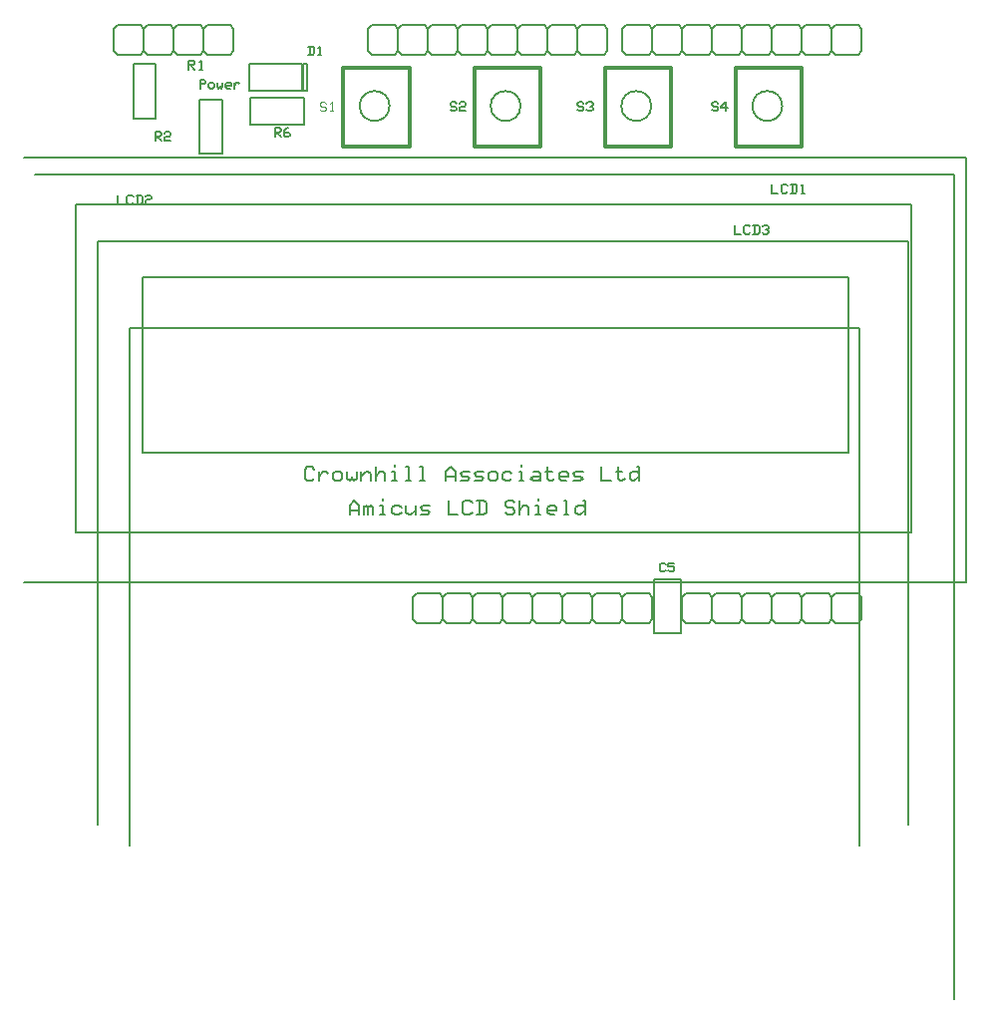
<source format=gbr>
G04 GERBER ASCII OUTPUT FROM: EDWINXP (VER. 1.61 REV. 20080915)*
G04 GERBER FORMAT: RX-274-X*
G04 BOARD: AMICUS_LCD_SHIELD*
G04 ARTWORK OF COMP.PRINT POSITIVE*
%ASAXBY*%
%FSLAX23Y23*%
%MIA0B0*%
%MOIN*%
%OFA0.0000B0.0000*%
%SFA1B1*%
%IJA0B0*%
%INLAYER0POS*%
%IOA0B0*%
%IPPOS*%
%IR0*%
G04 APERTURE MACROS*
%AMEDWDONUT*
1,1,$1,$2,$3*
1,0,$4,$2,$3*
%
%AMEDWFRECT*
20,1,$1,$2,$3,$4,$5,$6*
%
%AMEDWORECT*
20,1,$1,$2,$3,$4,$5,$10*
20,1,$1,$4,$5,$6,$7,$10*
20,1,$1,$6,$7,$8,$9,$10*
20,1,$1,$8,$9,$2,$3,$10*
1,1,$1,$2,$3*
1,1,$1,$4,$5*
1,1,$1,$6,$7*
1,1,$1,$8,$9*
%
%AMEDWLINER*
20,1,$1,$2,$3,$4,$5,$6*
1,1,$1,$2,$3*
1,1,$1,$4,$5*
%
%AMEDWFTRNG*
4,1,3,$1,$2,$3,$4,$5,$6,$7,$8,$9*
%
%AMEDWATRNG*
4,1,3,$1,$2,$3,$4,$5,$6,$7,$8,$9*
20,1,$11,$1,$2,$3,$4,$10*
20,1,$11,$3,$4,$5,$6,$10*
20,1,$11,$5,$6,$7,$8,$10*
1,1,$11,$3,$4*
1,1,$11,$5,$6*
1,1,$11,$7,$8*
%
%AMEDWOTRNG*
20,1,$1,$2,$3,$4,$5,$8*
20,1,$1,$4,$5,$6,$7,$8*
20,1,$1,$6,$7,$2,$3,$8*
1,1,$1,$2,$3*
1,1,$1,$4,$5*
1,1,$1,$6,$7*
%
G04*
G04 APERTURE LIST*
%ADD10R,0.03937X0.08661*%
%ADD11R,0.06337X0.11061*%
%ADD12R,0.0315X0.07874*%
%ADD13R,0.0555X0.10274*%
%ADD14R,0.0580X0.0500*%
%ADD15R,0.0820X0.0740*%
%ADD16R,0.0480X0.0400*%
%ADD17R,0.0720X0.0640*%
%ADD18R,0.08268X0.05945*%
%ADD19R,0.10668X0.08345*%
%ADD20R,0.07874X0.05906*%
%ADD21R,0.10274X0.08306*%
%ADD22R,0.08268X0.10236*%
%ADD23R,0.10668X0.12636*%
%ADD24R,0.07874X0.09843*%
%ADD25R,0.10274X0.12243*%
%ADD26R,0.0700X0.0650*%
%ADD27R,0.0940X0.0890*%
%ADD28R,0.0600X0.0550*%
%ADD29R,0.0840X0.0790*%
%ADD30R,0.0650X0.0700*%
%ADD31R,0.0890X0.0940*%
%ADD32R,0.0550X0.0600*%
%ADD33R,0.0790X0.0840*%
%ADD34R,0.07087X0.06693*%
%ADD35R,0.10236X0.09843*%
%ADD36R,0.06299X0.05906*%
%ADD37R,0.09449X0.09055*%
%ADD38R,0.06693X0.07087*%
%ADD39R,0.09843X0.10236*%
%ADD40R,0.05906X0.06299*%
%ADD41R,0.09055X0.09449*%
%ADD42R,0.04724X0.06693*%
%ADD43R,0.07124X0.09093*%
%ADD44R,0.03937X0.05906*%
%ADD45R,0.06337X0.08306*%
%ADD46R,0.0860X0.0860*%
%ADD47R,0.1100X0.1100*%
%ADD48R,0.0700X0.0700*%
%ADD49R,0.0940X0.0940*%
%ADD50C,0.00039*%
%ADD52C,0.0010*%
%ADD54C,0.00118*%
%ADD56C,0.0020*%
%ADD57R,0.0020X0.0020*%
%ADD58C,0.00236*%
%ADD60C,0.0030*%
%ADD61R,0.0030X0.0030*%
%ADD62C,0.00394*%
%ADD64C,0.0040*%
%ADD65R,0.0040X0.0040*%
%ADD66C,0.00472*%
%ADD68C,0.0050*%
%ADD69R,0.0050X0.0050*%
%ADD70C,0.00512*%
%ADD71R,0.00512X0.00512*%
%ADD72C,0.00591*%
%ADD73R,0.00591X0.00591*%
%ADD74C,0.00659*%
%ADD75R,0.00659X0.00659*%
%ADD76C,0.00669*%
%ADD78C,0.00787*%
%ADD79R,0.00787X0.00787*%
%ADD80C,0.00799*%
%ADD82C,0.0080*%
%ADD84C,0.00886*%
%ADD85R,0.00886X0.00886*%
%ADD86C,0.00975*%
%ADD87R,0.00975X0.00975*%
%ADD88C,0.00984*%
%ADD89R,0.00984X0.00984*%
%ADD90C,0.0100*%
%ADD91R,0.0100X0.0100*%
%ADD92C,0.01181*%
%ADD94C,0.0120*%
%ADD96C,0.0130*%
%ADD97R,0.0130X0.0130*%
%ADD98C,0.0150*%
%ADD99R,0.0150X0.0150*%
%ADD100C,0.01575*%
%ADD102C,0.0160*%
%ADD103R,0.0160X0.0160*%
%ADD104C,0.01698*%
%ADD105R,0.01698X0.01698*%
%ADD106C,0.01797*%
%ADD107R,0.01797X0.01797*%
%ADD108C,0.01895*%
%ADD109R,0.01895X0.01895*%
%ADD110C,0.01969*%
%ADD111R,0.01969X0.01969*%
%ADD112C,0.01994*%
%ADD113R,0.01994X0.01994*%
%ADD114C,0.0200*%
%ADD116C,0.02092*%
%ADD117R,0.02092X0.02092*%
%ADD118C,0.02191*%
%ADD119R,0.02191X0.02191*%
%ADD120C,0.02289*%
%ADD121R,0.02289X0.02289*%
%ADD122C,0.02362*%
%ADD123R,0.02362X0.02362*%
%ADD124C,0.02387*%
%ADD125R,0.02387X0.02387*%
%ADD126C,0.0240*%
%ADD127R,0.0240X0.0240*%
%ADD128C,0.0240*%
%ADD129R,0.0240X0.0240*%
%ADD130C,0.02486*%
%ADD131R,0.02486X0.02486*%
%ADD132C,0.0250*%
%ADD133R,0.0250X0.0250*%
%ADD134C,0.02584*%
%ADD135R,0.02584X0.02584*%
%ADD136C,0.02636*%
%ADD138C,0.02683*%
%ADD139R,0.02683X0.02683*%
%ADD140C,0.02781*%
%ADD141R,0.02781X0.02781*%
%ADD142C,0.02794*%
%ADD144C,0.0288*%
%ADD145R,0.0288X0.0288*%
%ADD146C,0.0290*%
%ADD148C,0.02912*%
%ADD149R,0.02912X0.02912*%
%ADD150C,0.02978*%
%ADD151R,0.02978X0.02978*%
%ADD152C,0.02991*%
%ADD153R,0.02991X0.02991*%
%ADD154C,0.0300*%
%ADD155R,0.0300X0.0300*%
%ADD156C,0.03059*%
%ADD157R,0.03059X0.03059*%
%ADD158C,0.03069*%
%ADD159R,0.03069X0.03069*%
%ADD160C,0.03076*%
%ADD161R,0.03076X0.03076*%
%ADD162C,0.03175*%
%ADD163R,0.03175X0.03175*%
%ADD164C,0.03199*%
%ADD165R,0.03199X0.03199*%
%ADD166C,0.0320*%
%ADD167R,0.0320X0.0320*%
%ADD168C,0.03273*%
%ADD169R,0.03273X0.03273*%
%ADD170C,0.03372*%
%ADD171R,0.03372X0.03372*%
%ADD172C,0.03375*%
%ADD173R,0.03375X0.03375*%
%ADD174C,0.0347*%
%ADD175R,0.0347X0.0347*%
%ADD176C,0.0350*%
%ADD177R,0.0350X0.0350*%
%ADD178C,0.03569*%
%ADD179R,0.03569X0.03569*%
%ADD180C,0.03581*%
%ADD182C,0.0360*%
%ADD183R,0.0360X0.0360*%
%ADD184C,0.03667*%
%ADD185R,0.03667X0.03667*%
%ADD186C,0.0370*%
%ADD187R,0.0370X0.0370*%
%ADD188C,0.03765*%
%ADD189R,0.03765X0.03765*%
%ADD190C,0.03864*%
%ADD191R,0.03864X0.03864*%
%ADD192C,0.0390*%
%ADD193R,0.0390X0.0390*%
%ADD194C,0.03937*%
%ADD195R,0.03937X0.03937*%
%ADD196C,0.03962*%
%ADD197R,0.03962X0.03962*%
%ADD198C,0.0400*%
%ADD199R,0.0400X0.0400*%
%ADD200C,0.04061*%
%ADD201R,0.04061X0.04061*%
%ADD202C,0.04159*%
%ADD203R,0.04159X0.04159*%
%ADD204C,0.04173*%
%ADD205R,0.04173X0.04173*%
%ADD206C,0.04257*%
%ADD207R,0.04257X0.04257*%
%ADD208C,0.04356*%
%ADD209R,0.04356X0.04356*%
%ADD210C,0.0440*%
%ADD212C,0.04454*%
%ADD213R,0.04454X0.04454*%
%ADD214C,0.0450*%
%ADD215R,0.0450X0.0450*%
%ADD216C,0.04553*%
%ADD217R,0.04553X0.04553*%
%ADD218C,0.04651*%
%ADD219R,0.04651X0.04651*%
%ADD220C,0.0470*%
%ADD221R,0.0470X0.0470*%
%ADD222C,0.04724*%
%ADD223R,0.04724X0.04724*%
%ADD224C,0.04762*%
%ADD225R,0.04762X0.04762*%
%ADD226C,0.0490*%
%ADD227R,0.0490X0.0490*%
%ADD228C,0.0500*%
%ADD229R,0.0500X0.0500*%
%ADD230C,0.05118*%
%ADD231R,0.05118X0.05118*%
%ADD232C,0.0560*%
%ADD233R,0.0560X0.0560*%
%ADD234C,0.0570*%
%ADD235R,0.0570X0.0570*%
%ADD236C,0.0590*%
%ADD237R,0.0590X0.0590*%
%ADD238C,0.05906*%
%ADD239R,0.05906X0.05906*%
%ADD240C,0.05945*%
%ADD241R,0.05945X0.05945*%
%ADD242C,0.0600*%
%ADD243R,0.0600X0.0600*%
%ADD244C,0.0620*%
%ADD246C,0.06201*%
%ADD248C,0.06299*%
%ADD249R,0.06299X0.06299*%
%ADD250C,0.06337*%
%ADD251R,0.06337X0.06337*%
%ADD252C,0.0650*%
%ADD253R,0.0650X0.0650*%
%ADD254C,0.06693*%
%ADD255R,0.06693X0.06693*%
%ADD256C,0.0690*%
%ADD257R,0.0690X0.0690*%
%ADD258C,0.06906*%
%ADD259R,0.06906X0.06906*%
%ADD260C,0.0700*%
%ADD261R,0.0700X0.0700*%
%ADD262C,0.0710*%
%ADD263R,0.0710X0.0710*%
%ADD264C,0.07124*%
%ADD265R,0.07124X0.07124*%
%ADD266C,0.0740*%
%ADD267R,0.0740X0.0740*%
%ADD268C,0.0750*%
%ADD269R,0.0750X0.0750*%
%ADD270C,0.07598*%
%ADD272C,0.0760*%
%ADD274C,0.07874*%
%ADD275R,0.07874X0.07874*%
%ADD276C,0.0800*%
%ADD277R,0.0800X0.0800*%
%ADD278C,0.0810*%
%ADD279R,0.0810X0.0810*%
%ADD280C,0.08268*%
%ADD281R,0.08268X0.08268*%
%ADD282C,0.08306*%
%ADD283R,0.08306X0.08306*%
%ADD284C,0.08345*%
%ADD285R,0.08345X0.08345*%
%ADD286C,0.0840*%
%ADD287R,0.0840X0.0840*%
%ADD288C,0.08598*%
%ADD290C,0.0860*%
%ADD291R,0.0860X0.0860*%
%ADD292C,0.08601*%
%ADD294C,0.0870*%
%ADD295R,0.0870X0.0870*%
%ADD296C,0.0890*%
%ADD297R,0.0890X0.0890*%
%ADD298C,0.0900*%
%ADD299R,0.0900X0.0900*%
%ADD300C,0.09093*%
%ADD301R,0.09093X0.09093*%
%ADD302C,0.0940*%
%ADD303R,0.0940X0.0940*%
%ADD304C,0.09449*%
%ADD306C,0.0970*%
%ADD307R,0.0970X0.0970*%
%ADD308C,0.09843*%
%ADD309R,0.09843X0.09843*%
%ADD310C,0.0990*%
%ADD311R,0.0990X0.0990*%
%ADD312C,0.09998*%
%ADD314C,0.1000*%
%ADD315R,0.1000X0.1000*%
%ADD316C,0.10236*%
%ADD317R,0.10236X0.10236*%
%ADD318C,0.10274*%
%ADD319R,0.10274X0.10274*%
%ADD320C,0.1040*%
%ADD321R,0.1040X0.1040*%
%ADD322C,0.10668*%
%ADD323R,0.10668X0.10668*%
%ADD324C,0.10998*%
%ADD326C,0.1100*%
%ADD327R,0.1100X0.1100*%
%ADD328C,0.1110*%
%ADD329R,0.1110X0.1110*%
%ADD330C,0.1120*%
%ADD331R,0.1120X0.1120*%
%ADD332C,0.1140*%
%ADD333R,0.1140X0.1140*%
%ADD334C,0.1150*%
%ADD335R,0.1150X0.1150*%
%ADD336C,0.11849*%
%ADD338C,0.1200*%
%ADD339R,0.1200X0.1200*%
%ADD340C,0.1210*%
%ADD341R,0.1210X0.1210*%
%ADD342C,0.12243*%
%ADD343R,0.12243X0.12243*%
%ADD344C,0.1240*%
%ADD345R,0.1240X0.1240*%
%ADD346C,0.1250*%
%ADD347R,0.1250X0.1250*%
%ADD348C,0.12636*%
%ADD349R,0.12636X0.12636*%
%ADD350C,0.12992*%
%ADD351R,0.12992X0.12992*%
%ADD352C,0.1300*%
%ADD353R,0.1300X0.1300*%
%ADD354C,0.1340*%
%ADD355R,0.1340X0.1340*%
%ADD356C,0.1390*%
%ADD357R,0.1390X0.1390*%
%ADD358C,0.1420*%
%ADD359R,0.1420X0.1420*%
%ADD360C,0.1440*%
%ADD361R,0.1440X0.1440*%
%ADD362C,0.1490*%
%ADD363R,0.1490X0.1490*%
%ADD364C,0.1520*%
%ADD365R,0.1520X0.1520*%
%ADD366C,0.15374*%
%ADD367R,0.15374X0.15374*%
%ADD368C,0.1540*%
%ADD369R,0.1540X0.1540*%
%ADD370C,0.1660*%
%ADD371R,0.1660X0.1660*%
%ADD372C,0.17323*%
%ADD374C,0.1760*%
%ADD375R,0.1760X0.1760*%
%ADD376C,0.17774*%
%ADD377R,0.17774X0.17774*%
%ADD378C,0.18504*%
%ADD380C,0.18898*%
%ADD382C,0.20904*%
%ADD384C,0.2126*%
%ADD386C,0.21298*%
%ADD388C,0.22835*%
%ADD391R,0.23622X0.23622*%
%ADD393R,0.24937X0.24937*%
%ADD395R,0.26022X0.26022*%
%ADD397R,0.27337X0.27337*%
%ADD399R,0.31496X0.31496*%
%ADD401R,0.32811X0.32811*%
%ADD403R,0.33896X0.33896*%
%ADD405R,0.35211X0.35211*%
%ADD406C,0.45211*%
%ADD407R,0.45211X0.45211*%
%ADD408C,0.55211*%
%ADD409R,0.55211X0.55211*%
%ADD410C,0.65211*%
%ADD411R,0.65211X0.65211*%
%ADD412C,0.75211*%
%ADD413R,0.75211X0.75211*%
%ADD414C,0.85211*%
%ADD415R,0.85211X0.85211*%
%ADD416C,0.95211*%
%ADD417R,0.95211X0.95211*%
%ADD418C,1.05211*%
%ADD419R,1.05211X1.05211*%
%ADD420C,1.15211*%
%ADD421R,1.15211X1.15211*%
%ADD422C,1.25211*%
%ADD423R,1.25211X1.25211*%
%ADD424C,1.35211*%
%ADD425R,1.35211X1.35211*%
%ADD426C,1.45211*%
%ADD427R,1.45211X1.45211*%
%ADD428C,1.55211*%
%ADD429R,1.55211X1.55211*%
%ADD430C,1.65211*%
%ADD431R,1.65211X1.65211*%
%ADD432C,1.75211*%
%ADD433R,1.75211X1.75211*%
%ADD434C,1.85211*%
%ADD435R,1.85211X1.85211*%
%ADD436C,1.95211*%
%ADD437R,1.95211X1.95211*%
G04*
D96* 
X2350Y1906D02*
X2350Y1642D01*
X2129Y1642D01*
X2129Y1906D01*
X2350Y1906D01*
D68* 
G75*
G01X2284Y1779D02*
G03X2284Y1779I-50J0D01*
G01*
D70* 
X2050Y1768D02*
X2055Y1763D01*
X2065Y1763D01*
X2070Y1768D01*
X2070Y1773D01*
X2065Y1778D01*
X2055Y1778D01*
X2050Y1783D01*
X2050Y1788D01*
X2055Y1794D01*
X2065Y1794D01*
X2070Y1788D01*
X2101Y1773D02*
X2080Y1773D01*
X2080Y1778D01*
X2096Y1794D01*
X2096Y1763D01*
D96* 
X1912Y1906D02*
X1912Y1642D01*
X1691Y1642D01*
X1691Y1906D01*
X1912Y1906D01*
D68* 
G75*
G01X1846Y1779D02*
G03X1846Y1779I-50J0D01*
G01*
D70* 
X1600Y1768D02*
X1605Y1763D01*
X1615Y1763D01*
X1620Y1768D01*
X1620Y1773D01*
X1615Y1778D01*
X1605Y1778D01*
X1600Y1783D01*
X1600Y1788D01*
X1605Y1794D01*
X1615Y1794D01*
X1620Y1788D01*
X1630Y1788D02*
X1635Y1794D01*
X1646Y1794D01*
X1651Y1788D01*
X1651Y1783D01*
X1646Y1778D01*
X1641Y1778D01*
X1646Y1778D02*
X1651Y1773D01*
X1651Y1768D01*
X1646Y1763D01*
X1635Y1763D01*
X1630Y1768D01*
D96* 
X1475Y1906D02*
X1475Y1642D01*
X1254Y1642D01*
X1254Y1906D01*
X1475Y1906D01*
D68* 
G75*
G01X1409Y1779D02*
G03X1409Y1779I-50J0D01*
G01*
D70* 
X1175Y1768D02*
X1180Y1763D01*
X1190Y1763D01*
X1195Y1768D01*
X1195Y1773D01*
X1190Y1778D01*
X1180Y1778D01*
X1175Y1783D01*
X1175Y1788D01*
X1180Y1794D01*
X1190Y1794D01*
X1195Y1788D01*
X1205Y1788D02*
X1210Y1794D01*
X1221Y1794D01*
X1226Y1788D01*
X1226Y1783D01*
X1221Y1778D01*
X1210Y1778D01*
X1205Y1773D01*
X1205Y1763D01*
X1226Y1763D01*
D68* 
X-250Y1607D02*
X-250Y188D01*
X2900Y188D01*
X2900Y1607D01*
X-250Y1607D01*
X2716Y1451D02*
X2716Y352D01*
X-77Y352D01*
X-77Y1451D01*
X2716Y1451D01*
X2506Y1207D02*
X2506Y619D01*
X144Y619D01*
X144Y1207D01*
X2506Y1207D01*
D70* 
X63Y1481D02*
X63Y1450D01*
X83Y1450D01*
X114Y1455D02*
X109Y1450D01*
X98Y1450D01*
X93Y1455D01*
X93Y1476D01*
X98Y1481D01*
X109Y1481D01*
X114Y1476D01*
X124Y1450D02*
X139Y1450D01*
X144Y1455D01*
X144Y1476D01*
X139Y1481D01*
X124Y1481D01*
X129Y1481D02*
X129Y1450D01*
X155Y1476D02*
X160Y1481D01*
X170Y1481D01*
X175Y1476D01*
X175Y1470D01*
X170Y1465D01*
X160Y1465D01*
X155Y1460D01*
X155Y1450D01*
X175Y1450D01*
D68* 
X2705Y1325D02*
X2705Y-623D01*
X-4Y-623D01*
X-4Y1325D01*
X2705Y1325D01*
D70* 
X2125Y1381D02*
X2125Y1350D01*
X2145Y1350D01*
X2176Y1355D02*
X2171Y1350D01*
X2161Y1350D01*
X2156Y1355D01*
X2156Y1376D01*
X2161Y1381D01*
X2171Y1381D01*
X2176Y1376D01*
X2186Y1350D02*
X2202Y1350D01*
X2207Y1355D01*
X2207Y1376D01*
X2202Y1381D01*
X2186Y1381D01*
X2192Y1381D02*
X2192Y1350D01*
X2217Y1376D02*
X2222Y1381D01*
X2232Y1381D01*
X2238Y1376D01*
X2238Y1370D01*
X2232Y1365D01*
X2227Y1365D01*
X2232Y1365D02*
X2238Y1360D01*
X2238Y1355D01*
X2232Y1350D01*
X2222Y1350D01*
X2217Y1355D01*
D68* 
X-214Y-1206D02*
X-214Y1550D01*
X2857Y1550D01*
X2857Y-1206D01*
X-214Y-1206D01*
X101Y-694D02*
X101Y1038D01*
X2542Y1038D01*
X2542Y-694D01*
X101Y-694D01*
D70* 
X2250Y1518D02*
X2250Y1488D01*
X2270Y1488D01*
X2301Y1493D02*
X2296Y1488D01*
X2286Y1488D01*
X2281Y1493D01*
X2281Y1513D01*
X2286Y1518D01*
X2296Y1518D01*
X2301Y1513D01*
X2311Y1488D02*
X2327Y1488D01*
X2332Y1493D01*
X2332Y1513D01*
X2327Y1518D01*
X2311Y1518D01*
X2317Y1518D02*
X2317Y1488D01*
X2347Y1488D02*
X2357Y1488D01*
X2352Y1488D02*
X2352Y1518D01*
X2347Y1513D01*
D68* 
X1950Y63D02*
X1950Y138D01*
X1963Y150D02*
X2038Y150D01*
X2050Y138D02*
X2050Y63D01*
X1963Y50D02*
X2038Y50D01*
X2050Y63D01*
X2050Y138D02*
X2038Y150D01*
X1963Y150D02*
X1950Y138D01*
X1950Y63D02*
X1963Y50D01*
X2150Y138D02*
X2150Y63D01*
X2250Y138D02*
X2250Y63D01*
X2350Y138D02*
X2350Y63D01*
X2450Y138D02*
X2450Y63D01*
X2550Y138D02*
X2550Y63D01*
X2063Y150D02*
X2138Y150D01*
X2163Y150D02*
X2238Y150D01*
X2163Y50D02*
X2238Y50D01*
X2063Y50D02*
X2138Y50D01*
X2263Y50D02*
X2338Y50D01*
X2263Y150D02*
X2338Y150D01*
X2363Y150D02*
X2438Y150D01*
X2363Y50D02*
X2438Y50D01*
X2463Y50D02*
X2538Y50D01*
X2463Y150D02*
X2538Y150D01*
X2063Y150D02*
X2050Y138D01*
X2163Y150D02*
X2150Y138D01*
X2263Y150D02*
X2250Y138D01*
X2363Y150D02*
X2350Y138D01*
X2250Y63D02*
X2238Y50D01*
X2150Y63D02*
X2138Y50D01*
X2350Y63D02*
X2338Y50D01*
X2450Y63D02*
X2438Y50D01*
X2463Y150D02*
X2450Y138D01*
X2550Y63D02*
X2538Y50D01*
X2538Y150D02*
X2550Y138D01*
X2450Y63D02*
X2463Y50D01*
X2438Y150D02*
X2450Y138D01*
X2350Y63D02*
X2363Y50D01*
X2338Y150D02*
X2350Y138D01*
X2238Y150D02*
X2250Y138D01*
X2250Y63D02*
X2263Y50D01*
X2150Y63D02*
X2163Y50D01*
X2138Y150D02*
X2150Y138D01*
X2050Y63D02*
X2063Y50D01*
X900Y1963D02*
X900Y2038D01*
X913Y2050D02*
X988Y2050D01*
X1000Y2038D02*
X1000Y1963D01*
X913Y1950D02*
X988Y1950D01*
X1000Y1963D01*
X1000Y2038D02*
X988Y2050D01*
X913Y2050D02*
X900Y2038D01*
X900Y1963D02*
X913Y1950D01*
X1100Y2038D02*
X1100Y1963D01*
X1200Y2038D02*
X1200Y1963D01*
X1300Y2038D02*
X1300Y1963D01*
X1400Y2038D02*
X1400Y1963D01*
X1500Y2038D02*
X1500Y1963D01*
X1600Y2038D02*
X1600Y1963D01*
X1700Y2038D02*
X1700Y1963D01*
X1013Y2050D02*
X1088Y2050D01*
X1113Y2050D02*
X1188Y2050D01*
X1113Y1950D02*
X1188Y1950D01*
X1013Y1950D02*
X1088Y1950D01*
X1213Y1950D02*
X1288Y1950D01*
X1213Y2050D02*
X1288Y2050D01*
X1313Y2050D02*
X1388Y2050D01*
X1313Y1950D02*
X1388Y1950D01*
X1413Y1950D02*
X1488Y1950D01*
X1413Y2050D02*
X1488Y2050D01*
X1513Y2050D02*
X1588Y2050D01*
X1513Y1950D02*
X1588Y1950D01*
X1613Y1950D02*
X1688Y1950D01*
X1613Y2050D02*
X1688Y2050D01*
X1013Y2050D02*
X1000Y2038D01*
X1113Y2050D02*
X1100Y2038D01*
X1213Y2050D02*
X1200Y2038D01*
X1313Y2050D02*
X1300Y2038D01*
X1200Y1963D02*
X1188Y1950D01*
X1100Y1963D02*
X1088Y1950D01*
X1300Y1963D02*
X1288Y1950D01*
X1400Y1963D02*
X1388Y1950D01*
X1413Y2050D02*
X1400Y2038D01*
X1500Y1963D02*
X1488Y1950D01*
X1513Y2050D02*
X1500Y2038D01*
X1613Y2050D02*
X1600Y2038D01*
X1700Y1963D02*
X1688Y1950D01*
X1600Y1963D02*
X1588Y1950D01*
X1588Y2050D02*
X1600Y2038D01*
X1600Y1963D02*
X1613Y1950D01*
X1688Y2050D02*
X1700Y2038D01*
X1488Y2050D02*
X1500Y2038D01*
X1500Y1963D02*
X1513Y1950D01*
X1400Y1963D02*
X1413Y1950D01*
X1388Y2050D02*
X1400Y2038D01*
X1300Y1963D02*
X1313Y1950D01*
X1288Y2050D02*
X1300Y2038D01*
X1188Y2050D02*
X1200Y2038D01*
X1200Y1963D02*
X1213Y1950D01*
X1100Y1963D02*
X1113Y1950D01*
X1088Y2050D02*
X1100Y2038D01*
X1000Y1963D02*
X1013Y1950D01*
X1250Y63D02*
X1250Y138D01*
X1263Y150D02*
X1338Y150D01*
X1350Y138D02*
X1350Y63D01*
X1263Y50D02*
X1338Y50D01*
X1350Y63D01*
X1350Y138D02*
X1338Y150D01*
X1263Y150D02*
X1250Y138D01*
X1250Y63D02*
X1263Y50D01*
X1450Y138D02*
X1450Y63D01*
X1550Y138D02*
X1550Y63D01*
X1650Y138D02*
X1650Y63D01*
X1750Y138D02*
X1750Y63D01*
X1850Y138D02*
X1850Y63D01*
X1363Y150D02*
X1438Y150D01*
X1463Y150D02*
X1538Y150D01*
X1463Y50D02*
X1538Y50D01*
X1363Y50D02*
X1438Y50D01*
X1563Y50D02*
X1638Y50D01*
X1563Y150D02*
X1638Y150D01*
X1663Y150D02*
X1738Y150D01*
X1663Y50D02*
X1738Y50D01*
X1763Y50D02*
X1838Y50D01*
X1763Y150D02*
X1838Y150D01*
X1363Y150D02*
X1350Y138D01*
X1463Y150D02*
X1450Y138D01*
X1563Y150D02*
X1550Y138D01*
X1663Y150D02*
X1650Y138D01*
X1550Y63D02*
X1538Y50D01*
X1450Y63D02*
X1438Y50D01*
X1650Y63D02*
X1638Y50D01*
X1750Y63D02*
X1738Y50D01*
X1763Y150D02*
X1750Y138D01*
X1850Y63D02*
X1838Y50D01*
X1838Y150D02*
X1850Y138D01*
X1750Y63D02*
X1763Y50D01*
X1738Y150D02*
X1750Y138D01*
X1650Y63D02*
X1663Y50D01*
X1638Y150D02*
X1650Y138D01*
X1538Y150D02*
X1550Y138D01*
X1550Y63D02*
X1563Y50D01*
X1450Y63D02*
X1463Y50D01*
X1438Y150D02*
X1450Y138D01*
X1350Y63D02*
X1363Y50D01*
X1750Y1963D02*
X1750Y2038D01*
X1763Y2050D02*
X1838Y2050D01*
X1850Y2038D02*
X1850Y1963D01*
X1763Y1950D02*
X1838Y1950D01*
X1850Y1963D01*
X1850Y2038D02*
X1838Y2050D01*
X1763Y2050D02*
X1750Y2038D01*
X1750Y1963D02*
X1763Y1950D01*
X1950Y2038D02*
X1950Y1963D01*
X2050Y2038D02*
X2050Y1963D01*
X2150Y2038D02*
X2150Y1963D01*
X2250Y2038D02*
X2250Y1963D01*
X2350Y2038D02*
X2350Y1963D01*
X2450Y2038D02*
X2450Y1963D01*
X2550Y2038D02*
X2550Y1963D01*
X1863Y2050D02*
X1938Y2050D01*
X1963Y2050D02*
X2038Y2050D01*
X1963Y1950D02*
X2038Y1950D01*
X1863Y1950D02*
X1938Y1950D01*
X2063Y1950D02*
X2138Y1950D01*
X2063Y2050D02*
X2138Y2050D01*
X2163Y2050D02*
X2238Y2050D01*
X2163Y1950D02*
X2238Y1950D01*
X2263Y1950D02*
X2338Y1950D01*
X2263Y2050D02*
X2338Y2050D01*
X2363Y2050D02*
X2438Y2050D01*
X2363Y1950D02*
X2438Y1950D01*
X2463Y1950D02*
X2538Y1950D01*
X2463Y2050D02*
X2538Y2050D01*
X1863Y2050D02*
X1850Y2038D01*
X1963Y2050D02*
X1950Y2038D01*
X2063Y2050D02*
X2050Y2038D01*
X2163Y2050D02*
X2150Y2038D01*
X2050Y1963D02*
X2038Y1950D01*
X1950Y1963D02*
X1938Y1950D01*
X2150Y1963D02*
X2138Y1950D01*
X2250Y1963D02*
X2238Y1950D01*
X2263Y2050D02*
X2250Y2038D01*
X2350Y1963D02*
X2338Y1950D01*
X2363Y2050D02*
X2350Y2038D01*
X2463Y2050D02*
X2450Y2038D01*
X2550Y1963D02*
X2538Y1950D01*
X2450Y1963D02*
X2438Y1950D01*
X2438Y2050D02*
X2450Y2038D01*
X2450Y1963D02*
X2463Y1950D01*
X2538Y2050D02*
X2550Y2038D01*
X2338Y2050D02*
X2350Y2038D01*
X2350Y1963D02*
X2363Y1950D01*
X2250Y1963D02*
X2263Y1950D01*
X2238Y2050D02*
X2250Y2038D01*
X2150Y1963D02*
X2163Y1950D01*
X2138Y2050D02*
X2150Y2038D01*
X2038Y2050D02*
X2050Y2038D01*
X2050Y1963D02*
X2063Y1950D01*
X1950Y1963D02*
X1963Y1950D01*
X1938Y2050D02*
X1950Y2038D01*
X1850Y1963D02*
X1863Y1950D01*
X114Y1919D02*
X189Y1919D01*
X189Y1738D01*
X114Y1738D01*
X114Y1919D01*
D70* 
X300Y1900D02*
X300Y1931D01*
X315Y1931D01*
X320Y1926D01*
X320Y1920D01*
X315Y1915D01*
X300Y1915D01*
X305Y1915D02*
X320Y1900D01*
X336Y1900D02*
X346Y1900D01*
X341Y1900D02*
X341Y1931D01*
X336Y1926D01*
D68* 
X411Y1619D02*
X336Y1619D01*
X336Y1800D01*
X411Y1800D01*
X411Y1619D01*
D70* 
X188Y1663D02*
X188Y1693D01*
X203Y1693D01*
X208Y1688D01*
X208Y1683D01*
X203Y1678D01*
X188Y1678D01*
X193Y1678D02*
X208Y1663D01*
X218Y1688D02*
X223Y1693D01*
X234Y1693D01*
X239Y1688D01*
X239Y1683D01*
X234Y1678D01*
X223Y1678D01*
X218Y1673D01*
X218Y1663D01*
X239Y1663D01*
D82* 
X505Y1718D02*
X505Y1808D01*
X685Y1808D01*
X685Y1718D01*
X505Y1718D01*
D68* 
X588Y1675D02*
X588Y1705D01*
X603Y1705D01*
X608Y1700D01*
X608Y1695D01*
X603Y1690D01*
X588Y1690D01*
X593Y1690D02*
X608Y1675D01*
X618Y1685D02*
X623Y1690D01*
X633Y1690D01*
X638Y1685D01*
X638Y1680D01*
X633Y1675D01*
X623Y1675D01*
X618Y1680D01*
X618Y1695D01*
X628Y1705D01*
X633Y1705D01*
D82* 
X503Y1920D02*
X503Y1830D01*
X678Y1830D01*
X678Y1920D01*
X503Y1920D01*
D80* 
X681Y1829D02*
X681Y1920D01*
X694Y1920D01*
X694Y1829D01*
X681Y1829D01*
D68* 
X700Y1950D02*
X714Y1950D01*
X719Y1955D01*
X719Y1974D01*
X714Y1978D01*
X700Y1978D01*
X705Y1978D02*
X705Y1950D01*
X733Y1950D02*
X743Y1950D01*
X738Y1950D02*
X738Y1978D01*
X733Y1974D01*
D96* 
X1037Y1906D02*
X1037Y1642D01*
X816Y1642D01*
X816Y1906D01*
X1037Y1906D01*
D68* 
G75*
G01X971Y1779D02*
G03X971Y1779I-50J0D01*
G01*
D66* 
X737Y1768D02*
X742Y1763D01*
X752Y1763D01*
X757Y1768D01*
X757Y1773D01*
X752Y1778D01*
X742Y1778D01*
X737Y1783D01*
X737Y1788D01*
X742Y1793D01*
X752Y1793D01*
X757Y1788D01*
X772Y1763D02*
X782Y1763D01*
X777Y1763D02*
X777Y1793D01*
X772Y1788D01*
D82* 
X1945Y15D02*
X1855Y15D01*
X1855Y195D01*
X1945Y195D01*
X1945Y15D01*
D68* 
X1894Y227D02*
X1889Y223D01*
X1880Y223D01*
X1875Y227D01*
X1875Y246D01*
X1880Y251D01*
X1889Y251D01*
X1894Y246D01*
X1903Y227D02*
X1908Y223D01*
X1918Y223D01*
X1922Y227D01*
X1922Y237D01*
X1918Y241D01*
X1903Y241D01*
X1903Y251D01*
X1922Y251D01*
X50Y1963D02*
X50Y2038D01*
X63Y2050D02*
X138Y2050D01*
X150Y2038D02*
X150Y1963D01*
X63Y1950D02*
X138Y1950D01*
X150Y1963D01*
X150Y2038D02*
X138Y2050D01*
X63Y2050D02*
X50Y2038D01*
X50Y1963D02*
X63Y1950D01*
X250Y2038D02*
X250Y1963D01*
X350Y2038D02*
X350Y1963D01*
X450Y2038D02*
X450Y1963D01*
X163Y2050D02*
X238Y2050D01*
X263Y2050D02*
X338Y2050D01*
X263Y1950D02*
X338Y1950D01*
X163Y1950D02*
X238Y1950D01*
X363Y1950D02*
X438Y1950D01*
X363Y2050D02*
X438Y2050D01*
X163Y2050D02*
X150Y2038D01*
X263Y2050D02*
X250Y2038D01*
X363Y2050D02*
X350Y2038D01*
X350Y1963D02*
X338Y1950D01*
X250Y1963D02*
X238Y1950D01*
X450Y1963D02*
X438Y1950D01*
X438Y2050D02*
X450Y2038D01*
X338Y2050D02*
X350Y2038D01*
X350Y1963D02*
X363Y1950D01*
X250Y1963D02*
X263Y1950D01*
X238Y2050D02*
X250Y2038D01*
X150Y1963D02*
X163Y1950D01*
X1050Y138D02*
X1050Y63D01*
X1150Y63D02*
X1150Y138D01*
X1250Y63D02*
X1250Y138D01*
X1238Y50D02*
X1163Y50D01*
X1238Y150D02*
X1163Y150D01*
X1138Y150D02*
X1063Y150D01*
X1138Y50D02*
X1063Y50D01*
X1050Y63D01*
X1163Y50D02*
X1150Y63D01*
X1150Y138D02*
X1138Y150D01*
X1250Y138D02*
X1238Y150D01*
X1250Y63D02*
X1238Y50D01*
X1150Y63D02*
X1138Y50D01*
X1163Y150D02*
X1150Y138D01*
X1063Y150D02*
X1050Y138D01*
D82* 
X838Y413D02*
X838Y444D01*
X853Y460D01*
X869Y444D01*
X869Y413D01*
X869Y428D02*
X838Y428D01*
X885Y413D02*
X885Y444D01*
X885Y436D02*
X893Y444D01*
X900Y436D01*
X900Y413D01*
X900Y436D02*
X908Y444D01*
X916Y436D01*
X916Y413D01*
X940Y413D02*
X956Y413D01*
X948Y413D02*
X948Y444D01*
X940Y444D01*
X948Y460D02*
X948Y468D01*
X1011Y436D02*
X1003Y444D01*
X987Y444D01*
X979Y436D01*
X979Y420D01*
X987Y413D01*
X1003Y413D01*
X1011Y420D01*
X1026Y444D02*
X1026Y420D01*
X1034Y413D01*
X1042Y413D01*
X1058Y428D01*
X1058Y444D02*
X1058Y413D01*
X1074Y413D02*
X1097Y413D01*
X1105Y420D01*
X1097Y428D01*
X1082Y428D01*
X1074Y436D01*
X1082Y444D01*
X1105Y444D01*
X1168Y460D02*
X1168Y413D01*
X1200Y413D01*
X1247Y420D02*
X1239Y413D01*
X1223Y413D01*
X1215Y420D01*
X1215Y452D01*
X1223Y460D01*
X1239Y460D01*
X1247Y452D01*
X1263Y413D02*
X1286Y413D01*
X1294Y420D01*
X1294Y452D01*
X1286Y460D01*
X1263Y460D01*
X1271Y460D02*
X1271Y413D01*
X1357Y420D02*
X1365Y413D01*
X1381Y413D01*
X1389Y420D01*
X1389Y428D01*
X1381Y436D01*
X1365Y436D01*
X1357Y444D01*
X1357Y452D01*
X1365Y460D01*
X1381Y460D01*
X1389Y452D01*
X1404Y413D02*
X1404Y460D01*
X1404Y428D02*
X1420Y444D01*
X1428Y444D01*
X1436Y436D01*
X1436Y413D01*
X1460Y413D02*
X1475Y413D01*
X1467Y413D02*
X1467Y444D01*
X1460Y444D01*
X1467Y460D02*
X1467Y468D01*
X1499Y428D02*
X1530Y428D01*
X1530Y436D01*
X1523Y444D01*
X1507Y444D01*
X1499Y436D01*
X1499Y420D01*
X1507Y413D01*
X1523Y413D01*
X1554Y460D02*
X1562Y460D01*
X1562Y413D01*
X1554Y413D02*
X1570Y413D01*
X1625Y428D02*
X1609Y413D01*
X1601Y413D01*
X1593Y420D01*
X1593Y436D01*
X1601Y444D01*
X1617Y444D01*
X1625Y436D01*
X1617Y460D02*
X1625Y460D01*
X1625Y413D01*
X719Y533D02*
X711Y525D01*
X695Y525D01*
X688Y533D01*
X688Y564D01*
X695Y572D01*
X711Y572D01*
X719Y564D01*
X735Y525D02*
X735Y556D01*
X735Y541D02*
X750Y556D01*
X758Y556D01*
X766Y549D01*
X782Y533D02*
X782Y549D01*
X790Y556D01*
X806Y556D01*
X813Y549D01*
X813Y533D01*
X806Y525D01*
X790Y525D01*
X782Y533D01*
X829Y556D02*
X829Y533D01*
X837Y525D01*
X845Y533D01*
X845Y541D01*
X845Y533D02*
X853Y525D01*
X861Y533D01*
X861Y556D01*
X876Y525D02*
X876Y556D01*
X876Y541D02*
X892Y556D01*
X900Y556D01*
X908Y549D01*
X908Y525D01*
X924Y525D02*
X924Y572D01*
X924Y541D02*
X939Y556D01*
X947Y556D01*
X955Y549D01*
X955Y525D01*
X979Y525D02*
X995Y525D01*
X987Y525D02*
X987Y556D01*
X979Y556D01*
X987Y572D02*
X987Y580D01*
X1026Y572D02*
X1034Y572D01*
X1034Y525D01*
X1026Y525D02*
X1042Y525D01*
X1073Y572D02*
X1081Y572D01*
X1081Y525D01*
X1073Y525D02*
X1089Y525D01*
X1160Y525D02*
X1160Y556D01*
X1176Y572D01*
X1191Y556D01*
X1191Y525D01*
X1191Y541D02*
X1160Y541D01*
X1207Y525D02*
X1231Y525D01*
X1239Y533D01*
X1231Y541D01*
X1215Y541D01*
X1207Y549D01*
X1215Y556D01*
X1239Y556D01*
X1254Y525D02*
X1278Y525D01*
X1286Y533D01*
X1278Y541D01*
X1262Y541D01*
X1254Y549D01*
X1262Y556D01*
X1286Y556D01*
X1302Y533D02*
X1302Y549D01*
X1310Y556D01*
X1325Y556D01*
X1333Y549D01*
X1333Y533D01*
X1325Y525D01*
X1310Y525D01*
X1302Y533D01*
X1380Y549D02*
X1373Y556D01*
X1357Y556D01*
X1349Y549D01*
X1349Y533D01*
X1357Y525D01*
X1373Y525D01*
X1380Y533D01*
X1404Y525D02*
X1420Y525D01*
X1412Y525D02*
X1412Y556D01*
X1404Y556D01*
X1412Y572D02*
X1412Y580D01*
X1451Y556D02*
X1467Y556D01*
X1475Y549D01*
X1475Y525D01*
X1475Y533D02*
X1467Y525D01*
X1451Y525D01*
X1443Y533D01*
X1451Y541D01*
X1475Y541D01*
X1491Y556D02*
X1514Y556D01*
X1499Y572D02*
X1499Y533D01*
X1506Y525D01*
X1514Y525D01*
X1522Y533D01*
X1538Y541D02*
X1569Y541D01*
X1569Y549D01*
X1562Y556D01*
X1546Y556D01*
X1538Y549D01*
X1538Y533D01*
X1546Y525D01*
X1562Y525D01*
X1585Y525D02*
X1609Y525D01*
X1617Y533D01*
X1609Y541D01*
X1593Y541D01*
X1585Y549D01*
X1593Y556D01*
X1617Y556D01*
X1680Y572D02*
X1680Y525D01*
X1711Y525D01*
X1727Y556D02*
X1750Y556D01*
X1735Y572D02*
X1735Y533D01*
X1743Y525D01*
X1750Y525D01*
X1758Y533D01*
X1806Y541D02*
X1790Y525D01*
X1782Y525D01*
X1774Y533D01*
X1774Y549D01*
X1782Y556D01*
X1798Y556D01*
X1806Y549D01*
X1798Y572D02*
X1806Y572D01*
X1806Y525D01*
D68* 
X338Y1838D02*
X338Y1866D01*
X352Y1866D01*
X356Y1861D01*
X356Y1856D01*
X352Y1852D01*
X338Y1852D01*
X366Y1842D02*
X366Y1852D01*
X371Y1856D01*
X380Y1856D01*
X385Y1852D01*
X385Y1842D01*
X380Y1838D01*
X371Y1838D01*
X366Y1842D01*
X394Y1856D02*
X394Y1842D01*
X399Y1838D01*
X404Y1842D01*
X404Y1847D01*
X404Y1842D02*
X408Y1838D01*
X413Y1842D01*
X413Y1856D01*
X423Y1847D02*
X441Y1847D01*
X441Y1852D01*
X437Y1856D01*
X427Y1856D01*
X423Y1852D01*
X423Y1842D01*
X427Y1838D01*
X437Y1838D01*
X451Y1838D02*
X451Y1856D01*
X451Y1847D02*
X460Y1856D01*
X465Y1856D01*
X470Y1852D01*
M02*

</source>
